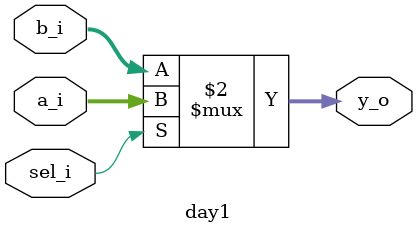
<source format=sv>
module day1 (
  input logic [7:0] a_i,
  input logic [7:0] b_i,
  input logic sel_i,
  output logic [7:0] y_o
);
  
  always_comb begin
    y_o = sel_i ? a_i:b_i;
  end
  
endmodule
</source>
